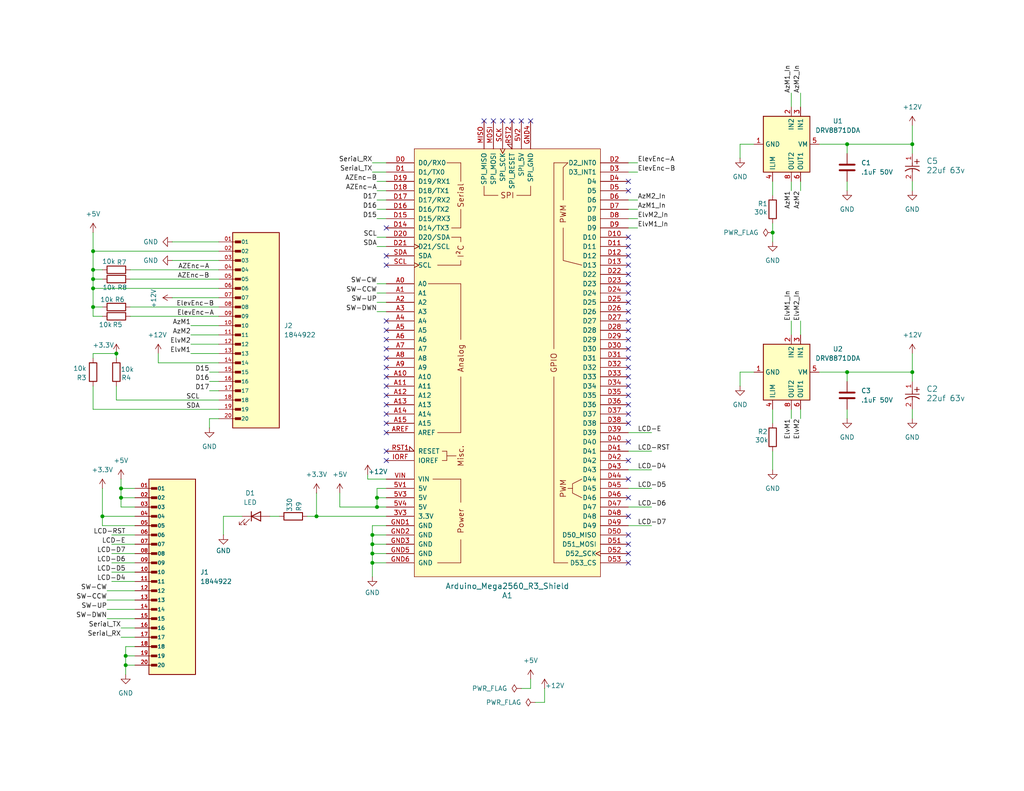
<source format=kicad_sch>
(kicad_sch (version 20250114) (generator "eeschema") (generator_version "9.0")
  (paper "USLetter")
  (title_block (title "K3NG Rotator for Arduino Mega 2560") (date "2025-06-28") (rev "0.1") (company "KC9QLO & K9KJ"))
  (lib_symbols
    (symbol "1844922:1844922" (pin_names (offset 1.016))
      (property "Reference" "J" (at -6.85 27.94 0))
      (property "Value" "1844922" (at -6.35 -27.94 0))
      (symbol "1844922_0_0"
        (rectangle (start -6.35 -25.4) (end 6.35 27.94) (stroke (width 0.254)) (fill (type background)))
        (rectangle (start -5.715 25.0825) (end -4.1275 25.7175) (stroke (width 0.1)) (fill (type outline)))
        (rectangle (start -5.715 22.5425) (end -4.1275 23.1775) (stroke (width 0.1)) (fill (type outline)))
        (rectangle (start -5.715 20.0025) (end -4.1275 20.6375) (stroke (width 0.1)) (fill (type outline)))
        (rectangle (start -5.715 17.4625) (end -4.1275 18.0975) (stroke (width 0.1)) (fill (type outline)))
        (rectangle (start -5.715 14.9225) (end -4.1275 15.5575) (stroke (width 0.1)) (fill (type outline)))
        (rectangle (start -5.715 12.3825) (end -4.1275 13.0175) (stroke (width 0.1)) (fill (type outline)))
        (rectangle (start -5.715 9.8425) (end -4.1275 10.4775) (stroke (width 0.1)) (fill (type outline)))
        (rectangle (start -5.715 7.3025) (end -4.1275 7.9375) (stroke (width 0.1)) (fill (type outline)))
        (rectangle (start -5.715 4.7625) (end -4.1275 5.3975) (stroke (width 0.1)) (fill (type outline)))
        (rectangle (start -5.715 2.2225) (end -4.1275 2.8575) (stroke (width 0.1)) (fill (type outline)))
        (rectangle (start -5.715 -0.3175) (end -4.1275 0.3175) (stroke (width 0.1)) (fill (type outline)))
        (rectangle (start -5.715 -2.8575) (end -4.1275 -2.2225) (stroke (width 0.1)) (fill (type outline)))
        (rectangle (start -5.715 -5.3975) (end -4.1275 -4.7625) (stroke (width 0.1)) (fill (type outline)))
        (rectangle (start -5.715 -7.9375) (end -4.1275 -7.3025) (stroke (width 0.1)) (fill (type outline)))
        (rectangle (start -5.715 -10.4775) (end -4.1275 -9.8425) (stroke (width 0.1)) (fill (type outline)))
        (rectangle (start -5.715 -13.0175) (end -4.1275 -12.3825) (stroke (width 0.1)) (fill (type outline)))
        (rectangle (start -5.715 -15.5575) (end -4.1275 -14.9225) (stroke (width 0.1)) (fill (type outline)))
        (rectangle (start -5.715 -18.0975) (end -4.1275 -17.4625) (stroke (width 0.1)) (fill (type outline)))
        (rectangle (start -5.715 -20.6375) (end -4.1275 -20.0025) (stroke (width 0.1)) (fill (type outline)))
        (rectangle (start -5.715 -23.1775) (end -4.1275 -22.5425) (stroke (width 0.1)) (fill (type outline)))
        (pin passive line (at -10.16 25.4 0) (length 5.08) (name "01") (number "01"))
        (pin passive line (at -10.16 22.86 0) (length 5.08) (name "02") (number "02"))
        (pin passive line (at -10.16 20.32 0) (length 5.08) (name "03") (number "03"))
        (pin passive line (at -10.16 17.78 0) (length 5.08) (name "04") (number "04"))
        (pin passive line (at -10.16 15.24 0) (length 5.08) (name "05") (number "05"))
        (pin passive line (at -10.16 12.7 0) (length 5.08) (name "06") (number "06"))
        (pin passive line (at -10.16 10.16 0) (length 5.08) (name "07") (number "07"))
        (pin passive line (at -10.16 7.62 0) (length 5.08) (name "08") (number "08"))
        (pin passive line (at -10.16 5.08 0) (length 5.08) (name "09") (number "09"))
        (pin passive line (at -10.16 2.54 0) (length 5.08) (name "10") (number "10"))
        (pin passive line (at -10.16 0 0) (length 5.08) (name "11") (number "11"))
        (pin passive line (at -10.16 -2.54 0) (length 5.08) (name "12") (number "12"))
        (pin passive line (at -10.16 -5.08 0) (length 5.08) (name "13") (number "13"))
        (pin passive line (at -10.16 -7.62 0) (length 5.08) (name "14") (number "14"))
        (pin passive line (at -10.16 -10.16 0) (length 5.08) (name "15") (number "15"))
        (pin passive line (at -10.16 -12.7 0) (length 5.08) (name "16") (number "16"))
        (pin passive line (at -10.16 -15.24 0) (length 5.08) (name "17") (number "17"))
        (pin passive line (at -10.16 -17.78 0) (length 5.08) (name "18") (number "18"))
        (pin passive line (at -10.16 -20.32 0) (length 5.08) (name "19") (number "19"))
        (pin passive line (at -10.16 -22.86 0) (length 5.08) (name "20") (number "20"))
      )
    )
    (symbol "2025-06-28_13-56-13:EEH-ZA1J220XP" (pin_names (offset 0.254))
      (property "Reference" "C" (at 3.81 3.81 0))
      (property "Value" "EEH-ZA1J220XP" (at 3.81 -3.81 0))
      (symbol "EEH-ZA1J220XP_1_1"
        (polyline (pts (xy 1.5748 1.27) (xy 2.8448 1.27)) (stroke (width 0.2032)))
        (polyline (pts (xy 2.2098 0.635) (xy 2.2098 1.905)) (stroke (width 0.2032)))
        (polyline (pts (xy 2.54 0) (xy 3.4798 0)) (stroke (width 0.2032)))
        (polyline (pts (xy 3.4798 -1.905) (xy 3.4798 1.905)) (stroke (width 0.2032)))
        (polyline (pts (xy 4.1148 0) (xy 5.08 0)) (stroke (width 0.2032)))
        (arc (start 4.7541 -1.9108) (mid 4.1148 0) (end 4.7541 1.9108) (stroke (width 0.254)))
        (pin unspecified line (at 0 0 0) (length 2.54) (name "") (number "1"))
        (pin unspecified line (at 7.62 0 180) (length 2.54) (name "") (number "2"))
      )
      (symbol "EEH-ZA1J220XP_1_2"
        (polyline (pts (xy -1.905 -3.4798) (xy 1.905 -3.4798)) (stroke (width 0.2032)))
        (polyline (pts (xy 0 -2.54) (xy 0 -3.4798)) (stroke (width 0.2032)))
        (polyline (pts (xy 0 -4.1148) (xy 0 -5.08)) (stroke (width 0.2032)))
        (arc (start -1.9108 -4.7541) (mid 0 -4.1148) (end 1.9108 -4.7541) (stroke (width 0.254)))
        (polyline (pts (xy 0.635 -2.2098) (xy 1.905 -2.2098)) (stroke (width 0.2032)))
        (polyline (pts (xy 1.27 -1.5748) (xy 1.27 -2.8448)) (stroke (width 0.2032)))
        (pin unspecified line (at 0 0 270) (length 2.54) (name "") (number "2"))
        (pin unspecified line (at 0 -7.62 90) (length 2.54) (name "") (number "1"))
      )
    )
    (symbol "Device:C" (pin_numbers (hide yes)) (pin_names (offset 0.254))
      (property "Reference" "C" (at 0.635 2.54 0))
      (property "Value" "C" (at 0.635 -2.54 0))
      (symbol "C_0_1"
        (polyline (pts (xy -2.032 0.762) (xy 2.032 0.762)) (stroke (width 0.508)))
        (polyline (pts (xy -2.032 -0.762) (xy 2.032 -0.762)) (stroke (width 0.508)))
      )
      (symbol "C_1_1"
        (pin passive line (at 0 3.81 270) (length 2.794) (name "~") (number "1"))
        (pin passive line (at 0 -3.81 90) (length 2.794) (name "~") (number "2"))
      )
    )
    (symbol "Device:LED" (pin_numbers (hide yes)) (pin_names (offset 1.016) (hide yes))
      (property "Reference" "D" (at 0 2.54 0))
      (property "Value" "LED" (at 0 -2.54 0))
      (symbol "LED_0_1"
        (polyline (pts (xy -3.048 -0.762) (xy -4.572 -2.286) (xy -3.81 -2.286) (xy -4.572 -2.286) (xy -4.572 -1.524)))
        (polyline (pts (xy -1.778 -0.762) (xy -3.302 -2.286) (xy -2.54 -2.286) (xy -3.302 -2.286) (xy -3.302 -1.524)))
        (polyline (pts (xy -1.27 0) (xy 1.27 0)))
        (polyline (pts (xy -1.27 -1.27) (xy -1.27 1.27)) (stroke (width 0.254)))
        (polyline (pts (xy 1.27 -1.27) (xy 1.27 1.27) (xy -1.27 0) (xy 1.27 -1.27)) (stroke (width 0.254)))
      )
      (symbol "LED_1_1"
        (pin passive line (at -3.81 0 0) (length 2.54) (name "K") (number "1"))
        (pin passive line (at 3.81 0 180) (length 2.54) (name "A") (number "2"))
      )
    )
    (symbol "Device:R" (pin_numbers (hide yes)) (pin_names (offset 0))
      (property "Reference" "R" (at 2.032 0 90))
      (property "Value" "R" (at 0 0 90))
      (symbol "R_0_1"
        (rectangle (start -1.016 -2.54) (end 1.016 2.54) (stroke (width 0.254)))
      )
      (symbol "R_1_1"
        (pin passive line (at 0 3.81 270) (length 1.27) (name "~") (number "1"))
        (pin passive line (at 0 -3.81 90) (length 1.27) (name "~") (number "2"))
      )
    )
    (symbol "Driver_Motor:DRV8871DDA"
      (property "Reference" "U" (at -6.35 6.35 0))
      (property "Value" "DRV8871DDA" (at 8.89 6.35 0))
      (symbol "DRV8871DDA_0_1"
        (rectangle (start -7.62 5.08) (end 7.62 -7.62) (stroke (width 0.254)) (fill (type background)))
      )
      (symbol "DRV8871DDA_1_1"
        (pin input line (at -10.16 2.54 0) (length 2.54) (name "IN1") (number "3"))
        (pin input line (at -10.16 0 0) (length 2.54) (name "IN2") (number "2"))
        (pin power_in line (at 0 7.62 270) (length 2.54) (name "VM") (number "5"))
        (pin power_in line (at 0 -10.16 90) (length 2.54) (name "GND") (number "1"))
        (pin passive line (at 0 -10.16 90) (length 2.54) (hide yes) (name "GND") (number "7"))
        (pin passive line (at 0 -10.16 90) (length 2.54) (hide yes) (name "GND") (number "9"))
        (pin output line (at 10.16 2.54 180) (length 2.54) (name "OUT1") (number "6"))
        (pin output line (at 10.16 0 180) (length 2.54) (name "OUT2") (number "8"))
        (pin passive line (at 10.16 -5.08 180) (length 2.54) (name "ILIM") (number "4"))
      )
    )
    (symbol "arduino-library:Arduino_Mega2560_R3_Shield" (pin_names (offset 1.016))
      (property "Reference" "A" (at 0 -62.23 0))
      (property "Value" "Arduino_Mega2560_R3_Shield" (at 0 -66.04 0))
      (symbol "Arduino_Mega2560_R3_Shield_0_0"
        (rectangle (start -25.4 -58.42) (end 25.4 58.42) (fill (type background)))
        (polyline (pts (xy -21.59 21.59) (xy -12.7 21.59)))
        (rectangle (start -20.32 -31.75) (end -12.7 -31.75))
        (rectangle (start -19.05 26.67) (end -12.7 26.67))
        (rectangle (start -19.05 -19.05) (end -12.7 -19.05))
        (rectangle (start -19.05 -54.61) (end -12.7 -54.61))
        (rectangle (start -17.78 -24.13) (end -16.51 -24.13))
        (rectangle (start -17.78 -26.67) (end -16.51 -26.67))
        (rectangle (start -16.51 54.61) (end -12.7 54.61))
        (rectangle (start -16.51 -24.13) (end -16.51 -26.67))
        (rectangle (start -16.51 -25.4) (end -13.97 -25.4))
        (rectangle (start -15.24 36.83) (end -12.7 36.83))
        (rectangle (start -15.24 34.29) (end -12.7 34.29))
        (rectangle (start -12.7 49.53) (end -12.7 54.61))
        (rectangle (start -12.7 41.91) (end -12.7 36.83))
        (rectangle (start -12.7 34.29) (end -12.7 33.02))
        (rectangle (start -12.7 26.67) (end -12.7 27.94))
        (polyline (pts (xy -12.7 6.35) (xy -12.7 21.59)))
        (polyline (pts (xy -12.7 -19.05) (xy -12.7 -3.81)))
        (rectangle (start -12.7 -31.75) (end -12.7 -38.1))
        (rectangle (start -12.7 -54.61) (end -12.7 -48.26))
        (rectangle (start -6.35 48.26) (end -6.35 45.72))
        (rectangle (start -2.54 45.72) (end -6.35 45.72))
        (rectangle (start 6.35 48.26) (end 6.35 45.72))
        (rectangle (start 6.35 45.72) (end 2.54 45.72))
        (polyline (pts (xy 12.7 54.61) (xy 16.51 54.61)))
        (polyline (pts (xy 12.7 -54.61) (xy 16.51 -54.61)))
        (polyline (pts (xy 15.24 44.45) (xy 15.24 53.34) (xy 16.51 54.61)))
        (polyline (pts (xy 15.24 36.83) (xy 15.24 27.94) (xy 20.32 26.67)))
        (polyline (pts (xy 17.78 -34.29) (xy 16.51 -34.29)))
        (polyline (pts (xy 20.32 -31.75) (xy 17.78 -33.02) (xy 17.78 -35.56) (xy 20.32 -36.83)))
        (text "Serial" (at -12.7 45.72 900) (effects (font (size 1.524 1.524))))
        (text "I²C" (at -12.7 30.48 900) (effects (font (size 1.524 1.524))))
        (text "Analog" (at -12.7 1.27 900) (effects (font (size 1.524 1.524))))
        (text "Misc." (at -12.7 -25.4 900) (effects (font (size 1.524 1.524))))
        (text "Power" (at -12.7 -43.18 900) (effects (font (size 1.524 1.524))))
        (text "SPI" (at 0 45.72 0) (effects (font (size 1.524 1.524))))
        (text "PWM" (at 15.24 40.64 900) (effects (font (size 1.524 1.524))))
        (text "PWM" (at 15.24 -34.29 900) (effects (font (size 1.524 1.524))))
      )
      (symbol "Arduino_Mega2560_R3_Shield_1_0"
        (rectangle (start 12.7 54.61) (end 12.7 3.81))
        (rectangle (start 12.7 -54.61) (end 12.7 -3.81))
        (text "GPIO" (at 12.7 0 900) (effects (font (size 1.524 1.524))))
      )
      (symbol "Arduino_Mega2560_R3_Shield_1_1"
        (pin bidirectional line (at -33.02 54.61 0) (length 7.62) (name "D0/RX0") (number "D0"))
        (pin bidirectional line (at -33.02 52.07 0) (length 7.62) (name "D1/TX0") (number "D1"))
        (pin bidirectional line (at -33.02 49.53 0) (length 7.62) (name "D19/RX1") (number "D19"))
        (pin bidirectional line (at -33.02 46.99 0) (length 7.62) (name "D18/TX1") (number "D18"))
        (pin bidirectional line (at -33.02 44.45 0) (length 7.62) (name "D17/RX2") (number "D17"))
        (pin bidirectional line (at -33.02 41.91 0) (length 7.62) (name "D16/TX2") (number "D16"))
        (pin bidirectional line (at -33.02 39.37 0) (length 7.62) (name "D15/RX3") (number "D15"))
        (pin bidirectional line (at -33.02 36.83 0) (length 7.62) (name "D14/TX3") (number "D14"))
        (pin bidirectional line (at -33.02 34.29 0) (length 7.62) (name "D20/SDA") (number "D20"))
        (pin bidirectional clock (at -33.02 31.75 0) (length 7.62) (name "D21/SCL") (number "D21"))
        (pin bidirectional line (at -33.02 29.21 0) (length 7.62) (name "SDA") (number "SDA"))
        (pin bidirectional clock (at -33.02 26.67 0) (length 7.62) (name "SCL") (number "SCL"))
        (pin bidirectional line (at -33.02 21.59 0) (length 7.62) (name "A0") (number "A0"))
        (pin bidirectional line (at -33.02 19.05 0) (length 7.62) (name "A1") (number "A1"))
        (pin bidirectional line (at -33.02 16.51 0) (length 7.62) (name "A2") (number "A2"))
        (pin bidirectional line (at -33.02 13.97 0) (length 7.62) (name "A3") (number "A3"))
        (pin bidirectional line (at -33.02 11.43 0) (length 7.62) (name "A4") (number "A4"))
        (pin bidirectional line (at -33.02 8.89 0) (length 7.62) (name "A5") (number "A5"))
        (pin bidirectional line (at -33.02 6.35 0) (length 7.62) (name "A6") (number "A6"))
        (pin bidirectional line (at -33.02 3.81 0) (length 7.62) (name "A7") (number "A7"))
        (pin bidirectional line (at -33.02 1.27 0) (length 7.62) (name "A8") (number "A8"))
        (pin bidirectional line (at -33.02 -1.27 0) (length 7.62) (name "A9") (number "A9"))
        (pin bidirectional line (at -33.02 -3.81 0) (length 7.62) (name "A10") (number "A10"))
        (pin bidirectional line (at -33.02 -6.35 0) (length 7.62) (name "A11") (number "A11"))
        (pin bidirectional line (at -33.02 -8.89 0) (length 7.62) (name "A12") (number "A12"))
        (pin bidirectional line (at -33.02 -11.43 0) (length 7.62) (name "A13") (number "A13"))
        (pin bidirectional line (at -33.02 -13.97 0) (length 7.62) (name "A14") (number "A14"))
        (pin bidirectional line (at -33.02 -16.51 0) (length 7.62) (name "A15") (number "A15"))
        (pin input line (at -33.02 -19.05 0) (length 7.62) (name "AREF") (number "AREF"))
        (pin open_collector input_low (at -33.02 -24.13 0) (length 7.62) (name "RESET") (number "RST1"))
        (pin output line (at -33.02 -26.67 0) (length 7.62) (name "IOREF") (number "IORF"))
        (pin power_in line (at -33.02 -31.75 0) (length 7.62) (name "VIN") (number "VIN"))
        (pin power_in line (at -33.02 -34.29 0) (length 7.62) (name "5V") (number "5V1"))
        (pin power_in line (at -33.02 -36.83 0) (length 7.62) (name "5V") (number "5V3"))
        (pin power_in line (at -33.02 -39.37 0) (length 7.62) (name "5V") (number "5V4"))
        (pin power_out line (at -33.02 -41.91 0) (length 7.62) (name "3.3V") (number "3V3"))
        (pin power_in line (at -33.02 -44.45 0) (length 7.62) (name "GND") (number "GND1"))
        (pin power_in line (at -33.02 -46.99 0) (length 7.62) (name "GND") (number "GND2"))
        (pin power_in line (at -33.02 -49.53 0) (length 7.62) (name "GND") (number "GND3"))
        (pin power_in line (at -33.02 -52.07 0) (length 7.62) (name "GND") (number "GND5"))
        (pin power_in line (at -33.02 -54.61 0) (length 7.62) (name "GND") (number "GND6"))
        (pin input line (at -6.35 66.04 270) (length 7.62) (name "SPI_MISO") (number "MISO"))
        (pin output line (at -3.81 66.04 270) (length 7.62) (name "SPI_MOSI") (number "MOSI"))
        (pin output clock (at -1.27 66.04 270) (length 7.62) (name "SPI_SCK") (number "SCK"))
        (pin open_collector input_low (at 1.27 66.04 270) (length 7.62) (name "SPI_RESET") (number "RST2"))
        (pin power_in line (at 3.81 66.04 270) (length 7.62) (name "SPI_5V") (number "5V2"))
        (pin power_in line (at 6.35 66.04 270) (length 7.62) (name "SPI_GND") (number "GND4"))
        (pin bidirectional line (at 33.02 54.61 180) (length 7.62) (name "D2_INT0") (number "D2"))
        (pin bidirectional line (at 33.02 52.07 180) (length 7.62) (name "D3_INT1") (number "D3"))
        (pin bidirectional line (at 33.02 49.53 180) (length 7.62) (name "D4") (number "D4"))
        (pin bidirectional line (at 33.02 46.99 180) (length 7.62) (name "D5") (number "D5"))
        (pin bidirectional line (at 33.02 44.45 180) (length 7.62) (name "D6") (number "D6"))
        (pin bidirectional line (at 33.02 41.91 180) (length 7.62) (name "D7") (number "D7"))
        (pin bidirectional line (at 33.02 39.37 180) (length 7.62) (name "D8") (number "D8"))
        (pin bidirectional line (at 33.02 36.83 180) (length 7.62) (name "D9") (number "D9"))
        (pin bidirectional line (at 33.02 34.29 180) (length 7.62) (name "D10") (number "D10"))
        (pin bidirectional line (at 33.02 31.75 180) (length 7.62) (name "D11") (number "D11"))
        (pin bidirectional line (at 33.02 29.21 180) (length 7.62) (name "D12") (number "D12"))
        (pin bidirectional line (at 33.02 26.67 180) (length 7.62) (name "D13") (number "D13"))
        (pin bidirectional line (at 33.02 24.13 180) (length 7.62) (name "D22") (number "D22"))
        (pin bidirectional line (at 33.02 21.59 180) (length 7.62) (name "D23") (number "D23"))
        (pin bidirectional line (at 33.02 19.05 180) (length 7.62) (name "D24") (number "D24"))
        (pin bidirectional line (at 33.02 16.51 180) (length 7.62) (name "D25") (number "D25"))
        (pin bidirectional line (at 33.02 13.97 180) (length 7.62) (name "D26") (number "D26"))
        (pin bidirectional line (at 33.02 11.43 180) (length 7.62) (name "D27") (number "D27"))
        (pin bidirectional line (at 33.02 8.89 180) (length 7.62) (name "D28") (number "D28"))
        (pin bidirectional line (at 33.02 6.35 180) (length 7.62) (name "D29") (number "D29"))
        (pin bidirectional line (at 33.02 3.81 180) (length 7.62) (name "D30") (number "D30"))
        (pin bidirectional line (at 33.02 1.27 180) (length 7.62) (name "D31") (number "D31"))
        (pin bidirectional line (at 33.02 -1.27 180) (length 7.62) (name "D32") (number "D32"))
        (pin bidirectional line (at 33.02 -3.81 180) (length 7.62) (name "D33") (number "D33"))
        (pin bidirectional line (at 33.02 -6.35 180) (length 7.62) (name "D34") (number "D34"))
        (pin bidirectional line (at 33.02 -8.89 180) (length 7.62) (name "D35") (number "D35"))
        (pin bidirectional line (at 33.02 -11.43 180) (length 7.62) (name "D36") (number "D36"))
        (pin bidirectional line (at 33.02 -13.97 180) (length 7.62) (name "D37") (number "D37"))
        (pin bidirectional line (at 33.02 -16.51 180) (length 7.62) (name "D38") (number "D38"))
        (pin bidirectional line (at 33.02 -19.05 180) (length 7.62) (name "D39") (number "D39"))
        (pin bidirectional line (at 33.02 -21.59 180) (length 7.62) (name "D40") (number "D40"))
        (pin bidirectional line (at 33.02 -24.13 180) (length 7.62) (name "D41") (number "D41"))
        (pin bidirectional line (at 33.02 -26.67 180) (length 7.62) (name "D42") (number "D42"))
        (pin bidirectional line (at 33.02 -29.21 180) (length 7.62) (name "D43") (number "D43"))
        (pin bidirectional line (at 33.02 -31.75 180) (length 7.62) (name "D44") (number "D44"))
        (pin bidirectional line (at 33.02 -34.29 180) (length 7.62) (name "D45") (number "D45"))
        (pin bidirectional line (at 33.02 -36.83 180) (length 7.62) (name "D46") (number "D46"))
        (pin bidirectional line (at 33.02 -39.37 180) (length 7.62) (name "D47") (number "D47"))
        (pin bidirectional line (at 33.02 -41.91 180) (length 7.62) (name "D48") (number "D48"))
        (pin bidirectional line (at 33.02 -44.45 180) (length 7.62) (name "D49") (number "D49"))
        (pin bidirectional line (at 33.02 -46.99 180) (length 7.62) (name "D50_MISO") (number "D50"))
        (pin bidirectional line (at 33.02 -49.53 180) (length 7.62) (name "D51_MOSI") (number "D51"))
        (pin bidirectional clock (at 33.02 -52.07 180) (length 7.62) (name "D52_SCK") (number "D52"))
        (pin bidirectional line (at 33.02 -54.61 180) (length 7.62) (name "D53_CS") (number "D53"))
      )
    )
    (symbol "power:+12V" (power) (pin_numbers (hide yes)) (pin_names (offset 0) (hide yes))
      (property "Value" "+12V" (at 0 3.556 0))
      (symbol "+12V_0_1"
        (polyline (pts (xy -0.762 1.27) (xy 0 2.54)))
        (polyline (pts (xy 0 2.54) (xy 0.762 1.27)))
        (polyline (pts (xy 0 0) (xy 0 2.54)))
      )
      (symbol "+12V_1_1"
        (pin power_in line (at 0 0 90) (length 0) (name "~") (number "1"))
      )
    )
    (symbol "power:+3.3V" (power) (pin_numbers (hide yes)) (pin_names (offset 0) (hide yes))
      (property "Value" "+3.3V" (at 0 3.556 0))
      (symbol "+3.3V_0_1"
        (polyline (pts (xy -0.762 1.27) (xy 0 2.54)))
        (polyline (pts (xy 0 2.54) (xy 0.762 1.27)))
        (polyline (pts (xy 0 0) (xy 0 2.54)))
      )
      (symbol "+3.3V_1_1"
        (pin power_in line (at 0 0 90) (length 0) (name "~") (number "1"))
      )
    )
    (symbol "power:+5V" (power) (pin_numbers (hide yes)) (pin_names (offset 0) (hide yes))
      (property "Value" "+5V" (at 0 3.556 0))
      (symbol "+5V_0_1"
        (polyline (pts (xy -0.762 1.27) (xy 0 2.54)))
        (polyline (pts (xy 0 2.54) (xy 0.762 1.27)))
        (polyline (pts (xy 0 0) (xy 0 2.54)))
      )
      (symbol "+5V_1_1"
        (pin power_in line (at 0 0 90) (length 0) (name "~") (number "1"))
      )
    )
    (symbol "power:GND" (power) (pin_numbers (hide yes)) (pin_names (offset 0) (hide yes))
      (property "Value" "GND" (at 0 -3.81 0))
      (symbol "GND_0_1"
        (polyline (pts (xy 0 0) (xy 0 -1.27) (xy 1.27 -1.27) (xy 0 -2.54) (xy -1.27 -1.27) (xy 0 -1.27)))
      )
      (symbol "GND_1_1"
        (pin power_in line (at 0 0 270) (length 0) (name "~") (number "1"))
      )
    )
    (symbol "power:PWR_FLAG" (power) (pin_numbers (hide yes)) (pin_names (offset 0) (hide yes))
      (property "Value" "PWR_FLAG" (at 0 3.81 0))
      (symbol "PWR_FLAG_0_0"
        (pin power_out line (at 0 0 90) (length 0) (name "~") (number "1"))
      )
      (symbol "PWR_FLAG_0_1"
        (polyline (pts (xy 0 0) (xy 0 1.27) (xy -1.016 1.905) (xy 0 2.54) (xy 1.016 1.905) (xy 0 1.27)))
      )
    )
  )
  (junction (at 31.75 96.52))
  (junction (at 27.94 140.97))
  (junction (at 25.4 73.66))
  (junction (at 210.82 63.5))
  (junction (at 101.6 153.67))
  (junction (at 34.29 181.61))
  (junction (at 33.02 135.89))
  (junction (at 102.87 138.43))
  (junction (at 101.6 146.05))
  (junction (at 34.29 179.07))
  (junction (at 33.02 133.35))
  (junction (at 231.14 101.6))
  (junction (at 248.92 39.37))
  (junction (at 25.4 83.82))
  (junction (at 231.14 39.37))
  (junction (at 102.87 135.89))
  (junction (at 101.6 151.13))
  (junction (at 248.92 101.6))
  (junction (at 86.36 140.97))
  (junction (at 25.4 78.74))
  (junction (at 101.6 148.59))
  (junction (at 25.4 68.58))
  (junction (at 25.4 76.2))
  (no_connect (at 105.41 110.49))
  (no_connect (at 171.45 80.01))
  (no_connect (at 171.45 67.31))
  (no_connect (at 171.45 82.55))
  (no_connect (at 171.45 146.05))
  (no_connect (at 134.62 33.02))
  (no_connect (at 171.45 95.25))
  (no_connect (at 105.41 87.63))
  (no_connect (at 171.45 72.39))
  (no_connect (at 105.41 62.23))
  (no_connect (at 142.24 33.02))
  (no_connect (at 132.08 33.02))
  (no_connect (at 171.45 153.67))
  (no_connect (at 105.41 97.79))
  (no_connect (at 105.41 95.25))
  (no_connect (at 171.45 102.87))
  (no_connect (at 171.45 135.89))
  (no_connect (at 105.41 123.19))
  (no_connect (at 105.41 107.95))
  (no_connect (at 171.45 120.65))
  (no_connect (at 171.45 87.63))
  (no_connect (at 171.45 140.97))
  (no_connect (at 171.45 107.95))
  (no_connect (at 171.45 74.93))
  (no_connect (at 105.41 90.17))
  (no_connect (at 171.45 125.73))
  (no_connect (at 171.45 148.59))
  (no_connect (at 171.45 105.41))
  (no_connect (at 105.41 102.87))
  (no_connect (at 105.41 118.11))
  (no_connect (at 171.45 130.81))
  (no_connect (at 171.45 85.09))
  (no_connect (at 171.45 151.13))
  (no_connect (at 105.41 92.71))
  (no_connect (at 171.45 113.03))
  (no_connect (at 171.45 69.85))
  (no_connect (at 144.78 33.02))
  (no_connect (at 171.45 97.79))
  (no_connect (at 171.45 64.77))
  (no_connect (at 171.45 90.17))
  (no_connect (at 171.45 49.53))
  (no_connect (at 171.45 52.07))
  (no_connect (at 171.45 100.33))
  (no_connect (at 105.41 105.41))
  (no_connect (at 105.41 113.03))
  (no_connect (at 105.41 125.73))
  (no_connect (at 105.41 72.39))
  (no_connect (at 139.7 33.02))
  (no_connect (at 105.41 100.33))
  (no_connect (at 105.41 115.57))
  (no_connect (at 171.45 110.49))
  (no_connect (at 137.16 33.02))
  (no_connect (at 105.41 69.85))
  (no_connect (at 171.45 77.47))
  (no_connect (at 171.45 92.71))
  (no_connect (at 171.45 115.57))
  (wire (pts (xy 36.83 143.51) (xy 27.94 143.51)))
  (wire (pts (xy 100.33 130.81) (xy 105.41 130.81)))
  (wire (pts (xy 231.14 101.6) (xy 231.14 104.14)))
  (wire (pts (xy 31.75 96.52) (xy 31.75 97.79)))
  (wire (pts (xy 33.02 130.81) (xy 33.02 133.35)))
  (wire (pts (xy 102.87 135.89) (xy 105.41 135.89)))
  (wire (pts (xy 218.44 25.4) (xy 218.44 29.21)))
  (wire (pts (xy 46.99 81.28) (xy 59.69 81.28)))
  (wire (pts (xy 171.45 133.35) (xy 177.8 133.35)))
  (wire (pts (xy 146.05 191.77) (xy 148.59 191.77)))
  (wire (pts (xy 46.99 66.04) (xy 59.69 66.04)))
  (wire (pts (xy 100.33 129.54) (xy 100.33 130.81)))
  (wire (pts (xy 34.29 176.53) (xy 34.29 179.07)))
  (wire (pts (xy 248.92 34.29) (xy 248.92 39.37)))
  (wire (pts (xy 101.6 153.67) (xy 101.6 157.48)))
  (wire (pts (xy 231.14 39.37) (xy 231.14 41.91)))
  (wire (pts (xy 231.14 101.6) (xy 223.52 101.6)))
  (wire (pts (xy 34.29 181.61) (xy 36.83 181.61)))
  (wire (pts (xy 27.94 140.97) (xy 36.83 140.97)))
  (wire (pts (xy 59.69 93.98) (xy 52.07 93.98)))
  (wire (pts (xy 35.56 76.2) (xy 59.69 76.2)))
  (wire (pts (xy 248.92 96.52) (xy 248.92 101.6)))
  (wire (pts (xy 31.75 109.22) (xy 59.69 109.22)))
  (wire (pts (xy 27.94 73.66) (xy 25.4 73.66)))
  (wire (pts (xy 86.36 140.97) (xy 86.36 134.62)))
  (wire (pts (xy 33.02 138.43) (xy 33.02 135.89)))
  (wire (pts (xy 36.83 176.53) (xy 34.29 176.53)))
  (wire (pts (xy 101.6 44.45) (xy 105.41 44.45)))
  (wire (pts (xy 171.45 46.99) (xy 173.99 46.99)))
  (wire (pts (xy 25.4 111.76) (xy 59.69 111.76)))
  (wire (pts (xy 101.6 143.51) (xy 101.6 146.05)))
  (wire (pts (xy 25.4 83.82) (xy 27.94 83.82)))
  (wire (pts (xy 25.4 76.2) (xy 25.4 78.74)))
  (wire (pts (xy 201.93 101.6) (xy 205.74 101.6)))
  (wire (pts (xy 101.6 153.67) (xy 105.41 153.67)))
  (wire (pts (xy 102.87 64.77) (xy 105.41 64.77)))
  (wire (pts (xy 144.78 185.42) (xy 144.78 187.96)))
  (wire (pts (xy 101.6 151.13) (xy 101.6 153.67)))
  (wire (pts (xy 57.15 114.3) (xy 59.69 114.3)))
  (wire (pts (xy 248.92 104.14) (xy 248.92 101.6)))
  (wire (pts (xy 25.4 76.2) (xy 25.4 73.66)))
  (wire (pts (xy 92.71 138.43) (xy 102.87 138.43)))
  (wire (pts (xy 60.96 140.97) (xy 66.04 140.97)))
  (wire (pts (xy 248.92 101.6) (xy 231.14 101.6)))
  (wire (pts (xy 57.15 104.14) (xy 59.69 104.14)))
  (wire (pts (xy 60.96 146.05) (xy 60.96 140.97)))
  (wire (pts (xy 25.4 96.52) (xy 31.75 96.52)))
  (wire (pts (xy 171.45 128.27) (xy 177.8 128.27)))
  (wire (pts (xy 36.83 138.43) (xy 33.02 138.43)))
  (wire (pts (xy 218.44 111.76) (xy 218.44 114.3)))
  (wire (pts (xy 25.4 105.41) (xy 25.4 111.76)))
  (wire (pts (xy 105.41 143.51) (xy 101.6 143.51)))
  (wire (pts (xy 231.14 39.37) (xy 223.52 39.37)))
  (wire (pts (xy 29.21 163.83) (xy 36.83 163.83)))
  (wire (pts (xy 57.15 116.84) (xy 57.15 114.3)))
  (wire (pts (xy 36.83 146.05) (xy 30.48 146.05)))
  (wire (pts (xy 210.82 111.76) (xy 210.82 115.57)))
  (wire (pts (xy 36.83 135.89) (xy 33.02 135.89)))
  (wire (pts (xy 101.6 146.05) (xy 101.6 148.59)))
  (wire (pts (xy 102.87 85.09) (xy 105.41 85.09)))
  (wire (pts (xy 171.45 57.15) (xy 173.99 57.15)))
  (wire (pts (xy 105.41 52.07) (xy 102.87 52.07)))
  (wire (pts (xy 59.69 88.9) (xy 52.07 88.9)))
  (wire (pts (xy 171.45 143.51) (xy 177.8 143.51)))
  (wire (pts (xy 25.4 68.58) (xy 59.69 68.58)))
  (wire (pts (xy 215.9 49.53) (xy 215.9 52.07)))
  (wire (pts (xy 102.87 59.69) (xy 105.41 59.69)))
  (wire (pts (xy 148.59 191.77) (xy 148.59 187.96)))
  (wire (pts (xy 102.87 133.35) (xy 105.41 133.35)))
  (wire (pts (xy 102.87 80.01) (xy 105.41 80.01)))
  (wire (pts (xy 36.83 151.13) (xy 30.48 151.13)))
  (wire (pts (xy 27.94 86.36) (xy 25.4 86.36)))
  (wire (pts (xy 43.18 99.06) (xy 59.69 99.06)))
  (wire (pts (xy 102.87 77.47) (xy 105.41 77.47)))
  (wire (pts (xy 36.83 158.75) (xy 30.48 158.75)))
  (wire (pts (xy 248.92 111.76) (xy 248.92 114.3)))
  (wire (pts (xy 83.82 140.97) (xy 86.36 140.97)))
  (wire (pts (xy 31.75 105.41) (xy 31.75 109.22)))
  (wire (pts (xy 102.87 135.89) (xy 102.87 133.35)))
  (wire (pts (xy 215.9 111.76) (xy 215.9 114.3)))
  (wire (pts (xy 25.4 68.58) (xy 25.4 73.66)))
  (wire (pts (xy 33.02 173.99) (xy 36.83 173.99)))
  (wire (pts (xy 29.21 166.37) (xy 36.83 166.37)))
  (wire (pts (xy 101.6 46.99) (xy 105.41 46.99)))
  (wire (pts (xy 36.83 153.67) (xy 30.48 153.67)))
  (wire (pts (xy 27.94 143.51) (xy 27.94 140.97)))
  (wire (pts (xy 29.21 168.91) (xy 36.83 168.91)))
  (wire (pts (xy 101.6 146.05) (xy 105.41 146.05)))
  (wire (pts (xy 27.94 133.35) (xy 27.94 140.97)))
  (wire (pts (xy 102.87 67.31) (xy 105.41 67.31)))
  (wire (pts (xy 59.69 91.44) (xy 52.07 91.44)))
  (wire (pts (xy 210.82 63.5) (xy 210.82 66.04)))
  (wire (pts (xy 218.44 49.53) (xy 218.44 52.07)))
  (wire (pts (xy 86.36 140.97) (xy 105.41 140.97)))
  (wire (pts (xy 36.83 156.21) (xy 30.48 156.21)))
  (wire (pts (xy 36.83 148.59) (xy 30.48 148.59)))
  (wire (pts (xy 101.6 151.13) (xy 105.41 151.13)))
  (wire (pts (xy 102.87 138.43) (xy 102.87 135.89)))
  (wire (pts (xy 218.44 87.63) (xy 218.44 91.44)))
  (wire (pts (xy 248.92 39.37) (xy 231.14 39.37)))
  (wire (pts (xy 171.45 44.45) (xy 173.99 44.45)))
  (wire (pts (xy 101.6 148.59) (xy 101.6 151.13)))
  (wire (pts (xy 248.92 49.53) (xy 248.92 52.07)))
  (wire (pts (xy 201.93 39.37) (xy 205.74 39.37)))
  (wire (pts (xy 210.82 49.53) (xy 210.82 53.34)))
  (wire (pts (xy 201.93 43.18) (xy 201.93 39.37)))
  (wire (pts (xy 231.14 111.76) (xy 231.14 114.3)))
  (wire (pts (xy 73.66 140.97) (xy 76.2 140.97)))
  (wire (pts (xy 57.15 101.6) (xy 59.69 101.6)))
  (wire (pts (xy 25.4 86.36) (xy 25.4 83.82)))
  (wire (pts (xy 29.21 161.29) (xy 36.83 161.29)))
  (wire (pts (xy 215.9 25.4) (xy 215.9 29.21)))
  (wire (pts (xy 25.4 78.74) (xy 59.69 78.74)))
  (wire (pts (xy 210.82 60.96) (xy 210.82 63.5)))
  (wire (pts (xy 215.9 87.63) (xy 215.9 91.44)))
  (wire (pts (xy 36.83 179.07) (xy 34.29 179.07)))
  (wire (pts (xy 57.15 106.68) (xy 59.69 106.68)))
  (wire (pts (xy 171.45 62.23) (xy 173.99 62.23)))
  (wire (pts (xy 171.45 138.43) (xy 177.8 138.43)))
  (wire (pts (xy 43.18 96.52) (xy 43.18 99.06)))
  (wire (pts (xy 171.45 118.11) (xy 177.8 118.11)))
  (wire (pts (xy 102.87 54.61) (xy 105.41 54.61)))
  (wire (pts (xy 105.41 138.43) (xy 102.87 138.43)))
  (wire (pts (xy 171.45 59.69) (xy 173.99 59.69)))
  (wire (pts (xy 33.02 135.89) (xy 33.02 133.35)))
  (wire (pts (xy 25.4 97.79) (xy 25.4 96.52)))
  (wire (pts (xy 27.94 76.2) (xy 25.4 76.2)))
  (wire (pts (xy 102.87 82.55) (xy 105.41 82.55)))
  (wire (pts (xy 171.45 54.61) (xy 173.99 54.61)))
  (wire (pts (xy 33.02 171.45) (xy 36.83 171.45)))
  (wire (pts (xy 35.56 73.66) (xy 59.69 73.66)))
  (wire (pts (xy 171.45 123.19) (xy 177.8 123.19)))
  (wire (pts (xy 33.02 133.35) (xy 36.83 133.35)))
  (wire (pts (xy 101.6 148.59) (xy 105.41 148.59)))
  (wire (pts (xy 35.56 86.36) (xy 59.69 86.36)))
  (wire (pts (xy 35.56 83.82) (xy 59.69 83.82)))
  (wire (pts (xy 59.69 96.52) (xy 52.07 96.52)))
  (wire (pts (xy 201.93 105.41) (xy 201.93 101.6)))
  (wire (pts (xy 25.4 63.5) (xy 25.4 68.58)))
  (wire (pts (xy 210.82 123.19) (xy 210.82 128.27)))
  (wire (pts (xy 231.14 49.53) (xy 231.14 52.07)))
  (wire (pts (xy 248.92 41.91) (xy 248.92 39.37)))
  (wire (pts (xy 25.4 78.74) (xy 25.4 83.82)))
  (wire (pts (xy 105.41 49.53) (xy 102.87 49.53)))
  (wire (pts (xy 102.87 57.15) (xy 105.41 57.15)))
  (wire (pts (xy 46.99 71.12) (xy 59.69 71.12)))
  (wire (pts (xy 34.29 184.15) (xy 34.29 181.61)))
  (wire (pts (xy 92.71 138.43) (xy 92.71 134.62)))
  (wire (pts (xy 34.29 179.07) (xy 34.29 181.61)))
  (wire (pts (xy 144.78 187.96) (xy 142.24 187.96)))
  (label "SW-UP" (at 29.21 166.37 180))
  (label "AzM1" (at 215.9 52.07 270))
  (label "ElvM2_In" (at 218.44 87.63 90))
  (label "AzM2" (at 218.44 52.07 270))
  (label "AzM2_In" (at 173.99 54.61 0))
  (label "AZEnc-A" (at 57.15 73.66 180))
  (label "SW-DWN" (at 29.21 168.91 180))
  (label "LCD-E" (at 34.29 148.59 180))
  (label "LCD-D7" (at 34.29 151.13 180))
  (label "LCD-RST" (at 173.99 123.19 0))
  (label "D15" (at 57.15 101.6 180))
  (label "ElvM2_In" (at 173.99 59.69 0))
  (label "SW-CW" (at 29.21 161.29 180))
  (label "LCD-D4" (at 173.99 128.27 0))
  (label "Serial_RX" (at 33.02 173.99 180))
  (label "ElevEnc-A" (at 173.99 44.45 0))
  (label "LCD-E" (at 173.99 118.11 0))
  (label "D17" (at 57.15 106.68 180))
  (label "Serial_TX" (at 101.6 46.99 180))
  (label "D16" (at 57.15 104.14 180))
  (label "LCD-D5" (at 173.99 133.35 0))
  (label "AzM2_In" (at 218.44 25.4 90))
  (label "ElvM1_In" (at 215.9 87.63 90))
  (label "SCL" (at 50.8 109.22 0))
  (label "D15" (at 102.87 59.69 180))
  (label "AZEnc-A" (at 102.87 52.07 180))
  (label "SW-UP" (at 102.87 82.55 180))
  (label "SCL" (at 102.87 64.77 180))
  (label "LCD-D4" (at 34.29 158.75 180))
  (label "ElvM1" (at 215.9 114.3 270))
  (label "ElvM2" (at 52.07 93.98 180))
  (label "ElevEnc-B" (at 58.42 83.82 180))
  (label "ElvM2" (at 218.44 114.3 270))
  (label "SDA" (at 102.87 67.31 180))
  (label "SDA" (at 50.8 111.76 0))
  (label "ElvM1" (at 52.07 96.52 180))
  (label "AzM2" (at 52.07 91.44 180))
  (label "Serial_RX" (at 101.6 44.45 180))
  (label "D17" (at 102.87 54.61 180))
  (label "SW-CCW" (at 102.87 80.01 180))
  (label "AZEnc-B" (at 102.87 49.53 180))
  (label "D16" (at 102.87 57.15 180))
  (label "LCD-D5" (at 34.29 156.21 180))
  (label "AzM1" (at 52.07 88.9 180))
  (label "AzM1_In" (at 173.99 57.15 0))
  (label "AZEnc-B" (at 57.15 76.2 180))
  (label "LCD-D6" (at 34.29 153.67 180))
  (label "Serial_TX" (at 33.02 171.45 180))
  (label "LCD-RST" (at 34.29 146.05 180))
  (label "ElvM1_In" (at 173.99 62.23 0))
  (label "AzM1_In" (at 215.9 25.4 90))
  (label "SW-DWN" (at 102.87 85.09 180))
  (label "ElevEnc-B" (at 173.99 46.99 0))
  (label "SW-CW" (at 102.87 77.47 180))
  (label "SW-CCW" (at 29.21 163.83 180))
  (label "LCD-D7" (at 173.99 143.51 0))
  (label "LCD-D6" (at 173.99 138.43 0))
  (label "ElevEnc-A" (at 58.42 86.36 180))
  (symbol (lib_id "power:+12V") (at 248.92 34.29 0) (unit 1)
    (property "Reference" "#PWR03" (effects (hide yes)))
    (property "Value" "+12V" (at 248.92 29.21 0))
    (property "Description" "Power symbol creates a global label with name \"+12V\"" (effects (hide yes)))
  )
  (symbol (lib_id "power:GND") (at 210.82 128.27 0) (unit 1)
    (property "Reference" "#PWR07" (effects (hide yes)))
    (property "Value" "GND" (at 210.82 133.35 0))
    (property "Description" "Power symbol creates a global label with name \"GND\" , ground" (effects (hide yes)))
  )
  (symbol (lib_id "Device:R") (at 25.4 101.6 180) (unit 1)
    (property "Reference" "R3" (at 23.622 103.124 0) (effects (justify left)))
    (property "Value" "10k" (at 23.622 100.584 0) (effects (justify left)))
    (property "Footprint" "Resistor_SMD:R_1206_3216Metric" (effects (hide yes)))
    (property "Description" "Resistor" (effects (hide yes)))
  )
  (symbol (lib_id "arduino-library:Arduino_Mega2560_R3_Shield") (at 138.43 99.06 0) (unit 1)
    (property "Reference" "A1" (at 138.43 162.56 0) (effects (font (size 1.524 1.524))))
    (property "Value" "Arduino_Mega2560_R3_Shield" (at 138.43 160.02 0) (effects (font (size 1.524 1.524))))
    (property "Footprint" "arduino-library:Arduino_Mega2560_R3_Shield" (effects (hide yes)))
    (property "Datasheet" "https://docs.arduino.cc/hardware/mega-2560" (effects (hide yes)))
    (property "Description" "Shield for Arduino Mega 2560 R3" (effects (hide yes)))
  )
  (symbol (lib_id "Device:R") (at 31.75 73.66 90) (mirror x) (unit 1)
    (property "Reference" "R7" (at 34.544 71.628 90) (effects (justify left)))
    (property "Value" "10k" (at 31.496 71.374 90) (effects (justify left)))
    (property "Footprint" "Resistor_SMD:R_1206_3216Metric" (effects (hide yes)))
    (property "Description" "Resistor" (effects (hide yes)))
  )
  (symbol (lib_id "power:GND") (at 231.14 114.3 0) (unit 1)
    (property "Reference" "#PWR08" (effects (hide yes)))
    (property "Value" "GND" (at 231.14 119.38 0))
    (property "Description" "Power symbol creates a global label with name \"GND\" , ground" (effects (hide yes)))
  )
  (symbol (lib_id "power:+5V") (at 33.02 130.81 0) (unit 1)
    (property "Reference" "#PWR018" (effects (hide yes)))
    (property "Value" "+5V" (at 33.02 125.73 0))
    (property "Description" "Power symbol creates a global label with name \"+5V\"" (effects (hide yes)))
  )
  (symbol (lib_id "Device:R") (at 80.01 140.97 270) (unit 1)
    (property "Reference" "R9" (at 81.534 136.906 0) (effects (justify left)))
    (property "Value" "330" (at 78.994 135.89 0) (effects (justify left)))
    (property "Footprint" "Resistor_SMD:R_1206_3216Metric" (effects (hide yes)))
    (property "Description" "Resistor" (effects (hide yes)))
  )
  (symbol (lib_id "power:+5V") (at 92.71 134.62 0) (unit 1)
    (property "Reference" "#PWR016" (effects (hide yes)))
    (property "Value" "+5V" (at 92.71 129.54 0))
    (property "Description" "Power symbol creates a global label with name \"+5V\"" (effects (hide yes)))
  )
  (symbol (lib_id "power:GND") (at 248.92 114.3 0) (unit 1)
    (property "Reference" "#PWR010" (effects (hide yes)))
    (property "Value" "GND" (at 248.92 119.38 0))
    (property "Description" "Power symbol creates a global label with name \"GND\" , ground" (effects (hide yes)))
  )
  (symbol (lib_id "power:GND") (at 201.93 43.18 0) (unit 1)
    (property "Reference" "#PWR02" (effects (hide yes)))
    (property "Value" "GND" (at 201.93 48.26 0))
    (property "Description" "Power symbol creates a global label with name \"GND\" , ground" (effects (hide yes)))
  )
  (symbol (lib_id "power:PWR_FLAG") (at 210.82 63.5 90) (unit 1)
    (property "Reference" "#FLG03" (effects (hide yes)))
    (property "Value" "PWR_FLAG" (at 207.01 63.4999 90) (effects (justify left)))
    (property "Description" "Special symbol for telling ERC where power comes from" (effects (hide yes)))
  )
  (symbol (lib_id "power:GND") (at 46.99 66.04 270) (mirror x) (unit 1)
    (property "Reference" "#PWR017" (effects (hide yes)))
    (property "Value" "GND" (at 43.18 66.0399 90) (effects (justify right)))
    (property "Description" "Power symbol creates a global label with name \"GND\" , ground" (effects (hide yes)))
  )
  (symbol (lib_id "2025-06-28_13-56-13:EEH-ZA1J220XP") (at 248.92 104.14 270) (unit 1)
    (property "Reference" "C2" (at 252.73 106.1973 90) (effects (font (size 1.524 1.524)) (justify left)))
    (property "Value" "22uf 63v" (at 252.73 108.7373 90) (effects (font (size 1.524 1.524)) (justify left)))
    (property "Footprint" "footprints:PCAP_EEHZ_D8_PAN" (effects (hide yes)))
    (property "Datasheet" "EEH-ZA1J220XP" (effects (hide yes)))
  )
  (symbol (lib_id "power:GND") (at 46.99 71.12 270) (mirror x) (unit 1)
    (property "Reference" "#PWR012" (effects (hide yes)))
    (property "Value" "GND" (at 43.18 71.1199 90) (effects (justify right)))
    (property "Description" "Power symbol creates a global label with name \"GND\" , ground" (effects (hide yes)))
  )
  (symbol (lib_id "power:GND") (at 231.14 52.07 0) (unit 1)
    (property "Reference" "#PWR04" (effects (hide yes)))
    (property "Value" "GND" (at 231.14 57.15 0))
    (property "Description" "Power symbol creates a global label with name \"GND\" , ground" (effects (hide yes)))
  )
  (symbol (lib_id "power:+12V") (at 248.92 96.52 0) (unit 1)
    (property "Reference" "#PWR09" (effects (hide yes)))
    (property "Value" "+12V" (at 248.92 91.44 0))
    (property "Description" "Power symbol creates a global label with name \"+12V\"" (effects (hide yes)))
  )
  (symbol (lib_id "Driver_Motor:DRV8871DDA") (at 215.9 101.6 270) (unit 1)
    (property "Reference" "U2" (at 228.6 95.2814 90))
    (property "Value" "DRV8871DDA" (at 228.6 97.8214 90))
    (property "Footprint" "Package_SO:Texas_HTSOP-8-1EP_3.9x4.9mm_P1.27mm_EP2.95x4.9mm_Mask2.4x3.1mm_ThermalVias" (effects (hide yes)))
    (property "Datasheet" "http://www.ti.com/lit/ds/symlink/drv8871.pdf" (effects (hide yes)))
    (property "Description" "Brushed DC Motor Driver, PWM Control, 45V, 3.6A, Current limiting, HTSOP-8" (effects (hide yes)))
  )
  (symbol (lib_id "Device:R") (at 31.75 83.82 90) (mirror x) (unit 1)
    (property "Reference" "R6" (at 34.036 81.788 90) (effects (justify left)))
    (property "Value" "10k" (at 30.988 81.788 90) (effects (justify left)))
    (property "Footprint" "Resistor_SMD:R_1206_3216Metric" (effects (hide yes)))
    (property "Description" "Resistor" (effects (hide yes)))
  )
  (symbol (lib_id "Device:R") (at 210.82 119.38 0) (unit 1)
    (property "Reference" "R2" (at 206.756 117.856 0) (effects (justify left)))
    (property "Value" "30k" (at 205.994 120.142 0) (effects (justify left)))
    (property "Footprint" "Resistor_SMD:R_1206_3216Metric" (effects (hide yes)))
    (property "Description" "Resistor" (effects (hide yes)))
  )
  (symbol (lib_id "1844922:1844922") (at 69.85 91.44 0) (unit 1)
    (property "Reference" "J2" (at 77.47 88.8999 0) (effects (justify left)))
    (property "Value" "1844922" (at 77.47 91.4399 0) (effects (justify left)))
    (property "Footprint" "1844922:PHOENIX_1844922" (effects (hide yes)))
    (property "PARTREV" "25.02.2015" (effects (hide yes)))
    (property "STANDARD" "Manufacturer Recommendations" (effects (hide yes)))
    (property "MANUFACTURER" "Phoenix Contact" (effects (hide yes)))
  )
  (symbol (lib_id "power:GND") (at 60.96 146.05 0) (unit 1)
    (property "Reference" "#PWR030" (effects (hide yes)))
    (property "Value" "GND" (at 60.96 150.368 0))
    (property "Description" "Power symbol creates a global label with name \"GND\" , ground" (effects (hide yes)))
  )
  (symbol (lib_id "power:PWR_FLAG") (at 142.24 187.96 90) (unit 1)
    (property "Reference" "#FLG01" (effects (hide yes)))
    (property "Value" "PWR_FLAG" (at 138.43 187.9599 90) (effects (justify left)))
    (property "Description" "Special symbol for telling ERC where power comes from" (effects (hide yes)))
  )
  (symbol (lib_id "Device:R") (at 210.82 57.15 0) (unit 1)
    (property "Reference" "R1" (at 206.756 55.626 0) (effects (justify left)))
    (property "Value" "30k" (at 205.74 57.912 0) (effects (justify left)))
    (property "Footprint" "Resistor_SMD:R_1206_3216Metric" (effects (hide yes)))
    (property "Description" "Resistor" (effects (hide yes)))
  )
  (symbol (lib_id "Driver_Motor:DRV8871DDA") (at 215.9 39.37 270) (unit 1)
    (property "Reference" "U1" (at 228.6 33.0514 90))
    (property "Value" "DRV8871DDA" (at 228.6 35.5914 90))
    (property "Footprint" "Package_SO:Texas_HTSOP-8-1EP_3.9x4.9mm_P1.27mm_EP2.95x4.9mm_Mask2.4x3.1mm_ThermalVias" (effects (hide yes)))
    (property "Datasheet" "http://www.ti.com/lit/ds/symlink/drv8871.pdf" (effects (hide yes)))
    (property "Description" "Brushed DC Motor Driver, PWM Control, 45V, 3.6A, Current limiting, HTSOP-8" (effects (hide yes)))
  )
  (symbol (lib_id "power:GND") (at 201.93 105.41 0) (unit 1)
    (property "Reference" "#PWR06" (effects (hide yes)))
    (property "Value" "GND" (at 201.93 110.49 0))
    (property "Description" "Power symbol creates a global label with name \"GND\" , ground" (effects (hide yes)))
  )
  (symbol (lib_id "power:PWR_FLAG") (at 146.05 191.77 90) (unit 1)
    (property "Reference" "#FLG02" (effects (hide yes)))
    (property "Value" "PWR_FLAG" (at 142.24 191.7699 90) (effects (justify left)))
    (property "Description" "Special symbol for telling ERC where power comes from" (effects (hide yes)))
  )
  (symbol (lib_id "power:GND") (at 57.15 116.84 0) (mirror y) (unit 1)
    (property "Reference" "#PWR023" (effects (hide yes)))
    (property "Value" "GND" (at 57.15 121.92 0))
    (property "Description" "Power symbol creates a global label with name \"GND\" , ground" (effects (hide yes)))
  )
  (symbol (lib_id "power:+5V") (at 144.78 185.42 0) (unit 1)
    (property "Reference" "#PWR028" (effects (hide yes)))
    (property "Value" "+5V" (at 144.78 180.34 0))
    (property "Description" "Power symbol creates a global label with name \"+5V\"" (effects (hide yes)))
  )
  (symbol (lib_id "Device:R") (at 31.75 101.6 180) (unit 1)
    (property "Reference" "R4" (at 35.814 103.124 0) (effects (justify left)))
    (property "Value" "10k" (at 36.576 100.838 0) (effects (justify left)))
    (property "Footprint" "Resistor_SMD:R_1206_3216Metric" (effects (hide yes)))
    (property "Description" "Resistor" (effects (hide yes)))
  )
  (symbol (lib_id "Device:C") (at 231.14 107.95 0) (unit 1)
    (property "Reference" "C3" (at 234.95 106.6799 0) (effects (justify left)))
    (property "Value" ".1uF 50V" (at 234.95 109.2199 0) (effects (justify left)))
    (property "Footprint" "Capacitor_SMD:C_1206_3216Metric" (effects (hide yes)))
    (property "Description" "Unpolarized capacitor" (effects (hide yes)))
  )
  (symbol (lib_id "1844922:1844922") (at 46.99 158.75 0) (unit 1)
    (property "Reference" "J1" (at 54.61 156.2099 0) (effects (justify left)))
    (property "Value" "1844922" (at 54.61 158.7499 0) (effects (justify left)))
    (property "Footprint" "1844922:PHOENIX_1844922" (effects (hide yes)))
    (property "PARTREV" "25.02.2015" (effects (hide yes)))
    (property "STANDARD" "Manufacturer Recommendations" (effects (hide yes)))
    (property "MANUFACTURER" "Phoenix Contact" (effects (hide yes)))
  )
  (symbol (lib_id "Device:R") (at 31.75 76.2 270) (mirror x) (unit 1)
    (property "Reference" "R8" (at 32.004 78.486 90) (effects (justify left)))
    (property "Value" "10k" (at 27.94 78.486 90) (effects (justify left)))
    (property "Footprint" "Resistor_SMD:R_1206_3216Metric" (effects (hide yes)))
    (property "Description" "Resistor" (effects (hide yes)))
  )
  (symbol (lib_id "power:+3.3V") (at 27.94 133.35 0) (unit 1)
    (property "Reference" "#PWR015" (effects (hide yes)))
    (property "Value" "+3.3V" (at 27.94 128.27 0))
    (property "Description" "Power symbol creates a global label with name \"+3.3V\"" (effects (hide yes)))
  )
  (symbol (lib_id "power:+12V") (at 43.18 96.52 0) (mirror y) (unit 1)
    (property "Reference" "#PWR021" (effects (hide yes)))
    (property "Value" "+12V" (at 42.926 91.44 0))
    (property "Description" "Power symbol creates a global label with name \"+12V\"" (effects (hide yes)))
  )
  (symbol (lib_id "power:GND") (at 101.6 157.48 0) (unit 1)
    (property "Reference" "#PWR019" (effects (hide yes)))
    (property "Value" "GND" (at 101.6 161.798 0))
    (property "Description" "Power symbol creates a global label with name \"GND\" , ground" (effects (hide yes)))
  )
  (symbol (lib_id "power:+12V") (at 148.59 187.96 0) (unit 1)
    (property "Reference" "#PWR029" (effects (hide yes)))
    (property "Value" "+12V" (at 151.384 187.198 0))
    (property "Description" "Power symbol creates a global label with name \"+12V\"" (effects (hide yes)))
  )
  (symbol (lib_id "power:+12V") (at 100.33 129.54 0) (unit 1)
    (property "Reference" "#PWR011" (effects (hide yes)))
    (property "Value" "+12V" (at 103.124 128.778 0))
    (property "Description" "Power symbol creates a global label with name \"+12V\"" (effects (hide yes)))
  )
  (symbol (lib_id "power:+12V") (at 46.99 81.28 90) (mirror x) (unit 1)
    (property "Reference" "#PWR022" (effects (hide yes)))
    (property "Value" "+12V" (at 41.91 81.534 0))
    (property "Description" "Power symbol creates a global label with name \"+12V\"" (effects (hide yes)))
  )
  (symbol (lib_id "2025-06-28_13-56-13:EEH-ZA1J220XP") (at 248.92 41.91 270) (unit 1)
    (property "Reference" "C5" (at 252.73 43.9673 90) (effects (font (size 1.524 1.524)) (justify left)))
    (property "Value" "22uf 63v" (at 252.73 46.5073 90) (effects (font (size 1.524 1.524)) (justify left)))
    (property "Footprint" "footprints:PCAP_EEHZ_D8_PAN" (effects (hide yes)))
    (property "Datasheet" "EEH-ZA1J220XP" (effects (hide yes)))
  )
  (symbol (lib_id "Device:LED") (at 69.85 140.97 0) (unit 1)
    (property "Reference" "D1" (at 68.2625 134.62 0))
    (property "Value" "LED" (at 68.2625 137.16 0))
    (property "Footprint" "LED_SMD:LED_1206_3216Metric" (effects (hide yes)))
    (property "Description" "Light emitting diode" (effects (hide yes)))
    (property "Sim.Pins" "1=K 2=A" (effects (hide yes)))
  )
  (symbol (lib_id "power:+5V") (at 25.4 63.5 0) (mirror y) (unit 1)
    (property "Reference" "#PWR026" (effects (hide yes)))
    (property "Value" "+5V" (at 25.4 58.42 0))
    (property "Description" "Power symbol creates a global label with name \"+5V\"" (effects (hide yes)))
  )
  (symbol (lib_id "power:GND") (at 210.82 66.04 0) (unit 1)
    (property "Reference" "#PWR01" (effects (hide yes)))
    (property "Value" "GND" (at 210.82 71.12 0))
    (property "Description" "Power symbol creates a global label with name \"GND\" , ground" (effects (hide yes)))
  )
  (symbol (lib_id "Device:R") (at 31.75 86.36 270) (mirror x) (unit 1)
    (property "Reference" "R5" (at 30.734 88.646 90) (effects (justify left)))
    (property "Value" "10k" (at 26.924 88.646 90) (effects (justify left)))
    (property "Footprint" "Resistor_SMD:R_1206_3216Metric" (effects (hide yes)))
    (property "Description" "Resistor" (effects (hide yes)))
  )
  (symbol (lib_id "power:GND") (at 34.29 184.15 0) (mirror y) (unit 1)
    (property "Reference" "#PWR020" (effects (hide yes)))
    (property "Value" "GND" (at 34.29 189.23 0))
    (property "Description" "Power symbol creates a global label with name \"GND\" , ground" (effects (hide yes)))
  )
  (symbol (lib_id "power:+3.3V") (at 31.75 96.52 0) (unit 1)
    (property "Reference" "#PWR013" (effects (hide yes)))
    (property "Value" "+3.3V" (at 28.194 94.234 0))
    (property "Description" "Power symbol creates a global label with name \"+3.3V\"" (effects (hide yes)))
  )
  (symbol (lib_id "Device:C") (at 231.14 45.72 0) (unit 1)
    (property "Reference" "C1" (at 234.95 44.4499 0) (effects (justify left)))
    (property "Value" ".1uF 50V" (at 234.95 46.9899 0) (effects (justify left)))
    (property "Footprint" "Capacitor_SMD:C_1206_3216Metric" (effects (hide yes)))
    (property "Description" "Unpolarized capacitor" (effects (hide yes)))
  )
  (symbol (lib_id "power:+3.3V") (at 86.36 134.62 0) (unit 1)
    (property "Reference" "#PWR014" (effects (hide yes)))
    (property "Value" "+3.3V" (at 86.36 129.54 0))
    (property "Description" "Power symbol creates a global label with name \"+3.3V\"" (effects (hide yes)))
  )
  (symbol (lib_id "power:GND") (at 248.92 52.07 0) (unit 1)
    (property "Reference" "#PWR05" (effects (hide yes)))
    (property "Value" "GND" (at 248.92 57.15 0))
    (property "Description" "Power symbol creates a global label with name \"GND\" , ground" (effects (hide yes)))
  )
)
</source>
